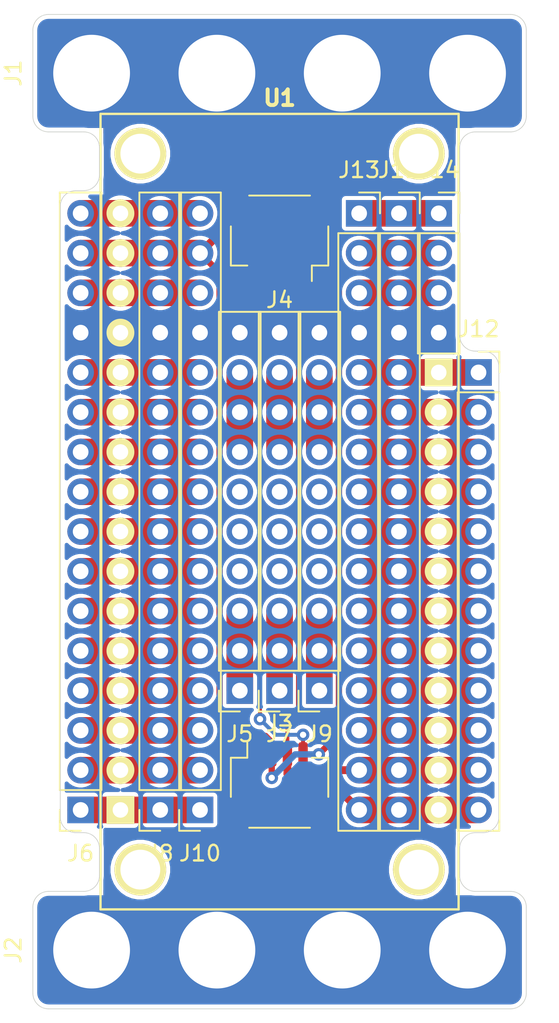
<source format=kicad_pcb>
(kicad_pcb (version 20171130) (host pcbnew 5.1.9)
  (layers (0 F.Cu signal) (31 B.Cu signal) (34 B.Paste user) (35 F.Paste user) (36 B.SilkS user) (37 F.SilkS user) (38 B.Mask user) (39 F.Mask user) (44 Edge.Cuts user))
  (net 0 "")
  (net 1 "Net-(J5-Pad7)")
  (net 2 "Net-(J5-Pad6)")
  (net 3 "Net-(J5-Pad5)")
  (net 4 "Net-(J5-Pad4)")
  (net 5 "Net-(J5-Pad1)")
  (net 6 "Net-(J7-Pad7)")
  (net 7 "Net-(J7-Pad6)")
  (net 8 "Net-(J7-Pad5)")
  (net 9 "Net-(J7-Pad4)")
  (net 10 "Net-(J7-Pad1)")
  (net 11 "Net-(J9-Pad7)")
  (net 12 "Net-(J9-Pad6)")
  (net 13 "Net-(J9-Pad5)")
  (net 14 "Net-(J9-Pad4)")
  (net 15 "Net-(J9-Pad1)")
  (net 16 "Net-(J10-Pad16)")
  (net 17 "Net-(J10-Pad14)")
  (net 18 "Net-(J10-Pad12)")
  (net 19 "Net-(J10-Pad11)")
  (net 20 "Net-(J10-Pad10)")
  (net 21 "Net-(J10-Pad9)")
  (net 22 "Net-(J10-Pad8)")
  (net 23 "Net-(J10-Pad7)")
  (net 24 "Net-(J10-Pad6)")
  (net 25 "Net-(J10-Pad5)")
  (net 26 "Net-(J10-Pad4)")
  (net 27 "Net-(J10-Pad3)")
  (net 28 "Net-(J10-Pad2)")
  (net 29 "Net-(J10-Pad1)")
  (net 30 "Net-(J11-Pad14)")
  (net 31 "Net-(J11-Pad13)")
  (net 32 "Net-(J11-Pad12)")
  (net 33 "Net-(J11-Pad11)")
  (net 34 "Net-(J11-Pad10)")
  (net 35 "Net-(J11-Pad9)")
  (net 36 "Net-(J11-Pad8)")
  (net 37 "Net-(J11-Pad7)")
  (net 38 "Net-(J11-Pad6)")
  (net 39 "Net-(J11-Pad5)")
  (net 40 "Net-(J11-Pad3)")
  (net 41 "Net-(J11-Pad2)")
  (net 42 "Net-(J11-Pad1)")
  (net 43 +3V3)
  (net 44 GND)
  (net 45 /SCL)
  (net 46 /SDA)
  (module Connector_PinSocket_2.54mm:PinSocket_1x04_P2.54mm_Vertical (layer F.Cu) (at 122.16 58.95)
    (fp_text reference J14 (at 0 -2.77) (layer F.SilkS))
    (fp_text value Conn_01x04)
    (fp_line (start 0 -1.33) (end 1.33 -1.33) (layer F.SilkS) (width 0.12))
    (fp_line (start 1.33 -1.33) (end 1.33 0) (layer F.SilkS) (width 0.12))
    (fp_line (start 1.33 1.27) (end 1.33 8.95) (layer F.SilkS) (width 0.12))
    (fp_line (start -1.33 8.95) (end 1.33 8.95) (layer F.SilkS) (width 0.12))
    (fp_line (start -1.33 1.27) (end -1.33 8.95) (layer F.SilkS) (width 0.12))
    (fp_line (start -1.33 1.27) (end 1.33 1.27) (layer F.SilkS) (width 0.12))
    (pad 4 thru_hole oval (at 0 7.62) (size 1.7 1.7) (drill 1) (layers *.Cu *.Mask) (net 44 GND))
    (pad 3 thru_hole oval (at 0 5.08) (size 1.7 1.7) (drill 1) (layers *.Cu *.Mask) (net 40 "Net-(J11-Pad3)"))
    (pad 2 thru_hole oval (at 0 2.54) (size 1.7 1.7) (drill 1) (layers *.Cu *.Mask) (net 41 "Net-(J11-Pad2)"))
    (pad 1 thru_hole rect (at 0 0) (size 1.7 1.7) (drill 1) (layers *.Cu *.Mask) (net 42 "Net-(J11-Pad1)"))
  )
  (module Modules:ADAFRUIT_FEATHER (layer F.Cu) (at 112 78 270)
    (fp_text reference U1 (at -26.416 0) (layer F.SilkS) (effects (font (thickness 0.25))))
    (fp_text value ADAFRUIT_FEATHER hide)
    (fp_line (start -25.4 -11.43) (end -25.4 11.43) (layer F.SilkS) (width 0.15))
    (fp_line (start -25.4 11.43) (end 25.4 11.43) (layer F.SilkS) (width 0.15))
    (fp_line (start 25.4 11.43) (end 25.4 -11.43) (layer F.SilkS) (width 0.15))
    (fp_line (start 25.4 -11.43) (end -25.4 -11.43) (layer F.SilkS) (width 0.15))
    (pad "" thru_hole circle (at -22.86 -8.89 270) (size 3.302 3.302) (drill 2.54) (layers *.Cu *.Mask F.SilkS))
    (pad "" thru_hole circle (at -22.86 8.89 270) (size 3.302 3.302) (drill 2.54) (layers *.Cu *.Mask F.SilkS))
    (pad "" thru_hole circle (at 22.86 8.89 270) (size 3.302 3.302) (drill 2.54) (layers *.Cu *.Mask F.SilkS))
    (pad "" thru_hole circle (at 22.86 -8.89 270) (size 3.302 3.302) (drill 2.54) (layers *.Cu *.Mask F.SilkS))
    (pad 16 thru_hole circle (at -19.05 10.16 270) (size 1.778 1.778) (drill 0.9906) (layers *.Cu *.Mask F.SilkS) (net 16 "Net-(J10-Pad16)"))
    (pad 15 thru_hole circle (at -16.51 10.16 270) (size 1.778 1.778) (drill 0.9906) (layers *.Cu *.Mask F.SilkS) (net 43 +3V3))
    (pad 14 thru_hole circle (at -13.97 10.16 270) (size 1.778 1.778) (drill 0.9906) (layers *.Cu *.Mask F.SilkS) (net 17 "Net-(J10-Pad14)"))
    (pad 13 thru_hole circle (at -11.43 10.16 270) (size 1.778 1.778) (drill 0.9906) (layers *.Cu *.Mask F.SilkS) (net 44 GND))
    (pad 12 thru_hole circle (at -8.89 10.16 270) (size 1.778 1.778) (drill 0.9906) (layers *.Cu *.Mask F.SilkS) (net 18 "Net-(J10-Pad12)"))
    (pad 11 thru_hole circle (at -6.35 10.16 270) (size 1.778 1.778) (drill 0.9906) (layers *.Cu *.Mask F.SilkS) (net 19 "Net-(J10-Pad11)"))
    (pad 10 thru_hole circle (at -3.81 10.16 270) (size 1.778 1.778) (drill 0.9906) (layers *.Cu *.Mask F.SilkS) (net 20 "Net-(J10-Pad10)"))
    (pad 9 thru_hole circle (at -1.27 10.16 270) (size 1.778 1.778) (drill 0.9906) (layers *.Cu *.Mask F.SilkS) (net 21 "Net-(J10-Pad9)"))
    (pad 8 thru_hole circle (at 1.27 10.16 270) (size 1.778 1.778) (drill 0.9906) (layers *.Cu *.Mask F.SilkS) (net 22 "Net-(J10-Pad8)"))
    (pad 7 thru_hole circle (at 3.81 10.16 270) (size 1.778 1.778) (drill 0.9906) (layers *.Cu *.Mask F.SilkS) (net 23 "Net-(J10-Pad7)"))
    (pad 6 thru_hole circle (at 6.35 10.16 270) (size 1.778 1.778) (drill 0.9906) (layers *.Cu *.Mask F.SilkS) (net 24 "Net-(J10-Pad6)"))
    (pad 5 thru_hole circle (at 8.89 10.16 270) (size 1.778 1.778) (drill 0.9906) (layers *.Cu *.Mask F.SilkS) (net 25 "Net-(J10-Pad5)"))
    (pad 4 thru_hole circle (at 11.43 10.16 270) (size 1.778 1.778) (drill 0.9906) (layers *.Cu *.Mask F.SilkS) (net 26 "Net-(J10-Pad4)"))
    (pad 3 thru_hole circle (at 13.97 10.16 270) (size 1.778 1.778) (drill 0.9906) (layers *.Cu *.Mask F.SilkS) (net 27 "Net-(J10-Pad3)"))
    (pad 2 thru_hole circle (at 16.51 10.16 270) (size 1.778 1.778) (drill 0.9906) (layers *.Cu *.Mask F.SilkS) (net 28 "Net-(J10-Pad2)"))
    (pad 1 thru_hole rect (at 19.05 10.16 270) (size 1.778 1.778) (drill 0.9906) (layers *.Cu *.Mask F.SilkS) (net 29 "Net-(J10-Pad1)"))
    (pad 18 thru_hole circle (at -6.35 -10.16 270) (size 1.778 1.778) (drill 0.9906) (layers *.Cu *.Mask F.SilkS) (net 38 "Net-(J11-Pad6)"))
    (pad 17 thru_hole rect (at -8.89 -10.16 270) (size 1.778 1.778) (drill 0.9906) (layers *.Cu *.Mask F.SilkS) (net 39 "Net-(J11-Pad5)"))
    (pad 19 thru_hole circle (at -3.81 -10.16 270) (size 1.778 1.778) (drill 0.9906) (layers *.Cu *.Mask F.SilkS) (net 37 "Net-(J11-Pad7)"))
    (pad 20 thru_hole circle (at -1.27 -10.16 270) (size 1.778 1.778) (drill 0.9906) (layers *.Cu *.Mask F.SilkS) (net 36 "Net-(J11-Pad8)"))
    (pad 21 thru_hole circle (at 1.27 -10.16 270) (size 1.778 1.778) (drill 0.9906) (layers *.Cu *.Mask F.SilkS) (net 35 "Net-(J11-Pad9)"))
    (pad 22 thru_hole circle (at 3.81 -10.16 270) (size 1.778 1.778) (drill 0.9906) (layers *.Cu *.Mask F.SilkS) (net 34 "Net-(J11-Pad10)"))
    (pad 23 thru_hole circle (at 6.35 -10.16 270) (size 1.778 1.778) (drill 0.9906) (layers *.Cu *.Mask F.SilkS) (net 33 "Net-(J11-Pad11)"))
    (pad 24 thru_hole circle (at 8.89 -10.16 270) (size 1.778 1.778) (drill 0.9906) (layers *.Cu *.Mask F.SilkS) (net 32 "Net-(J11-Pad12)"))
    (pad 25 thru_hole circle (at 11.43 -10.16 270) (size 1.778 1.778) (drill 0.9906) (layers *.Cu *.Mask F.SilkS) (net 31 "Net-(J11-Pad13)"))
    (pad 26 thru_hole circle (at 13.97 -10.16 270) (size 1.778 1.778) (drill 0.9906) (layers *.Cu *.Mask F.SilkS) (net 30 "Net-(J11-Pad14)"))
    (pad 27 thru_hole circle (at 16.51 -10.16 270) (size 1.778 1.778) (drill 0.9906) (layers *.Cu *.Mask F.SilkS) (net 45 /SCL))
    (pad 28 thru_hole circle (at 19.05 -10.16 270) (size 1.778 1.778) (drill 0.9906) (layers *.Cu *.Mask F.SilkS) (net 46 /SDA))
  )
  (module Connector_PinSocket_2.54mm:PinSocket_1x16_P2.54mm_Vertical (layer F.Cu) (at 117.08 58.95)
    (fp_text reference J13 (at 0 -2.77) (layer F.SilkS))
    (fp_text value Conn_01x16)
    (fp_line (start -1.33 1.27) (end 1.33 1.27) (layer F.SilkS) (width 0.12))
    (fp_line (start -1.33 1.27) (end -1.33 39.43) (layer F.SilkS) (width 0.12))
    (fp_line (start -1.33 39.43) (end 1.33 39.43) (layer F.SilkS) (width 0.12))
    (fp_line (start 1.33 1.27) (end 1.33 39.43) (layer F.SilkS) (width 0.12))
    (fp_line (start 1.33 -1.33) (end 1.33 0) (layer F.SilkS) (width 0.12))
    (fp_line (start 0 -1.33) (end 1.33 -1.33) (layer F.SilkS) (width 0.12))
    (pad 16 thru_hole oval (at 0 38.1) (size 1.7 1.7) (drill 1) (layers *.Cu *.Mask) (net 46 /SDA))
    (pad 15 thru_hole oval (at 0 35.56) (size 1.7 1.7) (drill 1) (layers *.Cu *.Mask) (net 45 /SCL))
    (pad 14 thru_hole oval (at 0 33.02) (size 1.7 1.7) (drill 1) (layers *.Cu *.Mask) (net 30 "Net-(J11-Pad14)"))
    (pad 13 thru_hole oval (at 0 30.48) (size 1.7 1.7) (drill 1) (layers *.Cu *.Mask) (net 31 "Net-(J11-Pad13)"))
    (pad 12 thru_hole oval (at 0 27.94) (size 1.7 1.7) (drill 1) (layers *.Cu *.Mask) (net 32 "Net-(J11-Pad12)"))
    (pad 11 thru_hole oval (at 0 25.4) (size 1.7 1.7) (drill 1) (layers *.Cu *.Mask) (net 33 "Net-(J11-Pad11)"))
    (pad 10 thru_hole oval (at 0 22.86) (size 1.7 1.7) (drill 1) (layers *.Cu *.Mask) (net 34 "Net-(J11-Pad10)"))
    (pad 9 thru_hole oval (at 0 20.32) (size 1.7 1.7) (drill 1) (layers *.Cu *.Mask) (net 35 "Net-(J11-Pad9)"))
    (pad 8 thru_hole oval (at 0 17.78) (size 1.7 1.7) (drill 1) (layers *.Cu *.Mask) (net 36 "Net-(J11-Pad8)"))
    (pad 7 thru_hole oval (at 0 15.24) (size 1.7 1.7) (drill 1) (layers *.Cu *.Mask) (net 37 "Net-(J11-Pad7)"))
    (pad 6 thru_hole oval (at 0 12.7) (size 1.7 1.7) (drill 1) (layers *.Cu *.Mask) (net 38 "Net-(J11-Pad6)"))
    (pad 5 thru_hole oval (at 0 10.16) (size 1.7 1.7) (drill 1) (layers *.Cu *.Mask) (net 39 "Net-(J11-Pad5)"))
    (pad 4 thru_hole oval (at 0 7.62) (size 1.7 1.7) (drill 1) (layers *.Cu *.Mask) (net 44 GND))
    (pad 3 thru_hole oval (at 0 5.08) (size 1.7 1.7) (drill 1) (layers *.Cu *.Mask) (net 40 "Net-(J11-Pad3)"))
    (pad 2 thru_hole oval (at 0 2.54) (size 1.7 1.7) (drill 1) (layers *.Cu *.Mask) (net 41 "Net-(J11-Pad2)"))
    (pad 1 thru_hole rect (at 0 0) (size 1.7 1.7) (drill 1) (layers *.Cu *.Mask) (net 42 "Net-(J11-Pad1)"))
  )
  (module Connector_PinSocket_2.54mm:PinSocket_1x12_P2.54mm_Vertical (layer F.Cu) (at 124.7 69.11)
    (fp_text reference J12 (at 0 -2.77) (layer F.SilkS))
    (fp_text value Conn_01x12)
    (fp_line (start -1.33 1.27) (end 1.33 1.27) (layer F.SilkS) (width 0.12))
    (fp_line (start -1.33 1.27) (end -1.33 29.27) (layer F.SilkS) (width 0.12))
    (fp_line (start -1.33 29.27) (end 1.33 29.27) (layer F.SilkS) (width 0.12))
    (fp_line (start 1.33 1.27) (end 1.33 29.27) (layer F.SilkS) (width 0.12))
    (fp_line (start 1.33 -1.33) (end 1.33 0) (layer F.SilkS) (width 0.12))
    (fp_line (start 0 -1.33) (end 1.33 -1.33) (layer F.SilkS) (width 0.12))
    (pad 12 thru_hole oval (at 0 27.94) (size 1.7 1.7) (drill 1) (layers *.Cu *.Mask) (net 46 /SDA))
    (pad 11 thru_hole oval (at 0 25.4) (size 1.7 1.7) (drill 1) (layers *.Cu *.Mask) (net 45 /SCL))
    (pad 10 thru_hole oval (at 0 22.86) (size 1.7 1.7) (drill 1) (layers *.Cu *.Mask) (net 30 "Net-(J11-Pad14)"))
    (pad 9 thru_hole oval (at 0 20.32) (size 1.7 1.7) (drill 1) (layers *.Cu *.Mask) (net 31 "Net-(J11-Pad13)"))
    (pad 8 thru_hole oval (at 0 17.78) (size 1.7 1.7) (drill 1) (layers *.Cu *.Mask) (net 32 "Net-(J11-Pad12)"))
    (pad 7 thru_hole oval (at 0 15.24) (size 1.7 1.7) (drill 1) (layers *.Cu *.Mask) (net 33 "Net-(J11-Pad11)"))
    (pad 6 thru_hole oval (at 0 12.7) (size 1.7 1.7) (drill 1) (layers *.Cu *.Mask) (net 34 "Net-(J11-Pad10)"))
    (pad 5 thru_hole oval (at 0 10.16) (size 1.7 1.7) (drill 1) (layers *.Cu *.Mask) (net 35 "Net-(J11-Pad9)"))
    (pad 4 thru_hole oval (at 0 7.62) (size 1.7 1.7) (drill 1) (layers *.Cu *.Mask) (net 36 "Net-(J11-Pad8)"))
    (pad 3 thru_hole oval (at 0 5.08) (size 1.7 1.7) (drill 1) (layers *.Cu *.Mask) (net 37 "Net-(J11-Pad7)"))
    (pad 2 thru_hole oval (at 0 2.54) (size 1.7 1.7) (drill 1) (layers *.Cu *.Mask) (net 38 "Net-(J11-Pad6)"))
    (pad 1 thru_hole rect (at 0 0) (size 1.7 1.7) (drill 1) (layers *.Cu *.Mask) (net 39 "Net-(J11-Pad5)"))
  )
  (module Connector_PinSocket_2.54mm:PinSocket_1x16_P2.54mm_Vertical (layer F.Cu) (at 119.62 58.95)
    (fp_text reference J11 (at 0 -2.77) (layer F.SilkS))
    (fp_text value Conn_01x16)
    (fp_line (start -1.33 1.27) (end 1.33 1.27) (layer F.SilkS) (width 0.12))
    (fp_line (start -1.33 1.27) (end -1.33 39.43) (layer F.SilkS) (width 0.12))
    (fp_line (start -1.33 39.43) (end 1.33 39.43) (layer F.SilkS) (width 0.12))
    (fp_line (start 1.33 1.27) (end 1.33 39.43) (layer F.SilkS) (width 0.12))
    (fp_line (start 1.33 -1.33) (end 1.33 0) (layer F.SilkS) (width 0.12))
    (fp_line (start 0 -1.33) (end 1.33 -1.33) (layer F.SilkS) (width 0.12))
    (pad 16 thru_hole oval (at 0 38.1) (size 1.7 1.7) (drill 1) (layers *.Cu *.Mask) (net 46 /SDA))
    (pad 15 thru_hole oval (at 0 35.56) (size 1.7 1.7) (drill 1) (layers *.Cu *.Mask) (net 45 /SCL))
    (pad 14 thru_hole oval (at 0 33.02) (size 1.7 1.7) (drill 1) (layers *.Cu *.Mask) (net 30 "Net-(J11-Pad14)"))
    (pad 13 thru_hole oval (at 0 30.48) (size 1.7 1.7) (drill 1) (layers *.Cu *.Mask) (net 31 "Net-(J11-Pad13)"))
    (pad 12 thru_hole oval (at 0 27.94) (size 1.7 1.7) (drill 1) (layers *.Cu *.Mask) (net 32 "Net-(J11-Pad12)"))
    (pad 11 thru_hole oval (at 0 25.4) (size 1.7 1.7) (drill 1) (layers *.Cu *.Mask) (net 33 "Net-(J11-Pad11)"))
    (pad 10 thru_hole oval (at 0 22.86) (size 1.7 1.7) (drill 1) (layers *.Cu *.Mask) (net 34 "Net-(J11-Pad10)"))
    (pad 9 thru_hole oval (at 0 20.32) (size 1.7 1.7) (drill 1) (layers *.Cu *.Mask) (net 35 "Net-(J11-Pad9)"))
    (pad 8 thru_hole oval (at 0 17.78) (size 1.7 1.7) (drill 1) (layers *.Cu *.Mask) (net 36 "Net-(J11-Pad8)"))
    (pad 7 thru_hole oval (at 0 15.24) (size 1.7 1.7) (drill 1) (layers *.Cu *.Mask) (net 37 "Net-(J11-Pad7)"))
    (pad 6 thru_hole oval (at 0 12.7) (size 1.7 1.7) (drill 1) (layers *.Cu *.Mask) (net 38 "Net-(J11-Pad6)"))
    (pad 5 thru_hole oval (at 0 10.16) (size 1.7 1.7) (drill 1) (layers *.Cu *.Mask) (net 39 "Net-(J11-Pad5)"))
    (pad 4 thru_hole oval (at 0 7.62) (size 1.7 1.7) (drill 1) (layers *.Cu *.Mask) (net 44 GND))
    (pad 3 thru_hole oval (at 0 5.08) (size 1.7 1.7) (drill 1) (layers *.Cu *.Mask) (net 40 "Net-(J11-Pad3)"))
    (pad 2 thru_hole oval (at 0 2.54) (size 1.7 1.7) (drill 1) (layers *.Cu *.Mask) (net 41 "Net-(J11-Pad2)"))
    (pad 1 thru_hole rect (at 0 0) (size 1.7 1.7) (drill 1) (layers *.Cu *.Mask) (net 42 "Net-(J11-Pad1)"))
  )
  (module Connector_PinSocket_2.54mm:PinSocket_1x16_P2.54mm_Vertical (layer F.Cu) (at 106.92 97.05 180)
    (fp_text reference J10 (at 0 -2.77) (layer F.SilkS))
    (fp_text value Conn_01x16)
    (fp_line (start -1.33 1.27) (end 1.33 1.27) (layer F.SilkS) (width 0.12))
    (fp_line (start -1.33 1.27) (end -1.33 39.43) (layer F.SilkS) (width 0.12))
    (fp_line (start -1.33 39.43) (end 1.33 39.43) (layer F.SilkS) (width 0.12))
    (fp_line (start 1.33 1.27) (end 1.33 39.43) (layer F.SilkS) (width 0.12))
    (fp_line (start 1.33 -1.33) (end 1.33 0) (layer F.SilkS) (width 0.12))
    (fp_line (start 0 -1.33) (end 1.33 -1.33) (layer F.SilkS) (width 0.12))
    (pad 16 thru_hole oval (at 0 38.1 180) (size 1.7 1.7) (drill 1) (layers *.Cu *.Mask) (net 16 "Net-(J10-Pad16)"))
    (pad 15 thru_hole oval (at 0 35.56 180) (size 1.7 1.7) (drill 1) (layers *.Cu *.Mask) (net 43 +3V3))
    (pad 14 thru_hole oval (at 0 33.02 180) (size 1.7 1.7) (drill 1) (layers *.Cu *.Mask) (net 17 "Net-(J10-Pad14)"))
    (pad 13 thru_hole oval (at 0 30.48 180) (size 1.7 1.7) (drill 1) (layers *.Cu *.Mask) (net 44 GND))
    (pad 12 thru_hole oval (at 0 27.94 180) (size 1.7 1.7) (drill 1) (layers *.Cu *.Mask) (net 18 "Net-(J10-Pad12)"))
    (pad 11 thru_hole oval (at 0 25.4 180) (size 1.7 1.7) (drill 1) (layers *.Cu *.Mask) (net 19 "Net-(J10-Pad11)"))
    (pad 10 thru_hole oval (at 0 22.86 180) (size 1.7 1.7) (drill 1) (layers *.Cu *.Mask) (net 20 "Net-(J10-Pad10)"))
    (pad 9 thru_hole oval (at 0 20.32 180) (size 1.7 1.7) (drill 1) (layers *.Cu *.Mask) (net 21 "Net-(J10-Pad9)"))
    (pad 8 thru_hole oval (at 0 17.78 180) (size 1.7 1.7) (drill 1) (layers *.Cu *.Mask) (net 22 "Net-(J10-Pad8)"))
    (pad 7 thru_hole oval (at 0 15.24 180) (size 1.7 1.7) (drill 1) (layers *.Cu *.Mask) (net 23 "Net-(J10-Pad7)"))
    (pad 6 thru_hole oval (at 0 12.7 180) (size 1.7 1.7) (drill 1) (layers *.Cu *.Mask) (net 24 "Net-(J10-Pad6)"))
    (pad 5 thru_hole oval (at 0 10.16 180) (size 1.7 1.7) (drill 1) (layers *.Cu *.Mask) (net 25 "Net-(J10-Pad5)"))
    (pad 4 thru_hole oval (at 0 7.62 180) (size 1.7 1.7) (drill 1) (layers *.Cu *.Mask) (net 26 "Net-(J10-Pad4)"))
    (pad 3 thru_hole oval (at 0 5.08 180) (size 1.7 1.7) (drill 1) (layers *.Cu *.Mask) (net 27 "Net-(J10-Pad3)"))
    (pad 2 thru_hole oval (at 0 2.54 180) (size 1.7 1.7) (drill 1) (layers *.Cu *.Mask) (net 28 "Net-(J10-Pad2)"))
    (pad 1 thru_hole rect (at 0 0 180) (size 1.7 1.7) (drill 1) (layers *.Cu *.Mask) (net 29 "Net-(J10-Pad1)"))
  )
  (module Connector_PinSocket_2.54mm:PinSocket_1x10_P2.54mm_Vertical (layer F.Cu) (at 114.54 89.43 180)
    (fp_text reference J9 (at 0 -2.77) (layer F.SilkS))
    (fp_text value Conn_01x10)
    (fp_line (start -1.33 1.27) (end 1.33 1.27) (layer F.SilkS) (width 0.12))
    (fp_line (start -1.33 1.27) (end -1.33 24.19) (layer F.SilkS) (width 0.12))
    (fp_line (start -1.33 24.19) (end 1.33 24.19) (layer F.SilkS) (width 0.12))
    (fp_line (start 1.33 1.27) (end 1.33 24.19) (layer F.SilkS) (width 0.12))
    (fp_line (start 1.33 -1.33) (end 1.33 0) (layer F.SilkS) (width 0.12))
    (fp_line (start 0 -1.33) (end 1.33 -1.33) (layer F.SilkS) (width 0.12))
    (pad 10 thru_hole oval (at 0 22.86 180) (size 1.7 1.7) (drill 1) (layers *.Cu *.Mask) (net 44 GND))
    (pad 9 thru_hole oval (at 0 20.32 180) (size 1.7 1.7) (drill 1) (layers *.Cu *.Mask) (net 11 "Net-(J9-Pad7)"))
    (pad 8 thru_hole oval (at 0 17.78 180) (size 1.7 1.7) (drill 1) (layers *.Cu *.Mask) (net 11 "Net-(J9-Pad7)"))
    (pad 7 thru_hole oval (at 0 15.24 180) (size 1.7 1.7) (drill 1) (layers *.Cu *.Mask) (net 11 "Net-(J9-Pad7)"))
    (pad 6 thru_hole oval (at 0 12.7 180) (size 1.7 1.7) (drill 1) (layers *.Cu *.Mask) (net 12 "Net-(J9-Pad6)"))
    (pad 5 thru_hole oval (at 0 10.16 180) (size 1.7 1.7) (drill 1) (layers *.Cu *.Mask) (net 13 "Net-(J9-Pad5)"))
    (pad 4 thru_hole oval (at 0 7.62 180) (size 1.7 1.7) (drill 1) (layers *.Cu *.Mask) (net 14 "Net-(J9-Pad4)"))
    (pad 3 thru_hole oval (at 0 5.08 180) (size 1.7 1.7) (drill 1) (layers *.Cu *.Mask) (net 15 "Net-(J9-Pad1)"))
    (pad 2 thru_hole oval (at 0 2.54 180) (size 1.7 1.7) (drill 1) (layers *.Cu *.Mask) (net 15 "Net-(J9-Pad1)"))
    (pad 1 thru_hole rect (at 0 0 180) (size 1.7 1.7) (drill 1) (layers *.Cu *.Mask) (net 15 "Net-(J9-Pad1)"))
  )
  (module Connector_PinSocket_2.54mm:PinSocket_1x16_P2.54mm_Vertical (layer F.Cu) (at 104.38 97.05 180)
    (fp_text reference J8 (at 0 -2.77) (layer F.SilkS))
    (fp_text value Conn_01x16)
    (fp_line (start -1.33 1.27) (end 1.33 1.27) (layer F.SilkS) (width 0.12))
    (fp_line (start -1.33 1.27) (end -1.33 39.43) (layer F.SilkS) (width 0.12))
    (fp_line (start -1.33 39.43) (end 1.33 39.43) (layer F.SilkS) (width 0.12))
    (fp_line (start 1.33 1.27) (end 1.33 39.43) (layer F.SilkS) (width 0.12))
    (fp_line (start 1.33 -1.33) (end 1.33 0) (layer F.SilkS) (width 0.12))
    (fp_line (start 0 -1.33) (end 1.33 -1.33) (layer F.SilkS) (width 0.12))
    (pad 16 thru_hole oval (at 0 38.1 180) (size 1.7 1.7) (drill 1) (layers *.Cu *.Mask) (net 16 "Net-(J10-Pad16)"))
    (pad 15 thru_hole oval (at 0 35.56 180) (size 1.7 1.7) (drill 1) (layers *.Cu *.Mask) (net 43 +3V3))
    (pad 14 thru_hole oval (at 0 33.02 180) (size 1.7 1.7) (drill 1) (layers *.Cu *.Mask) (net 17 "Net-(J10-Pad14)"))
    (pad 13 thru_hole oval (at 0 30.48 180) (size 1.7 1.7) (drill 1) (layers *.Cu *.Mask) (net 44 GND))
    (pad 12 thru_hole oval (at 0 27.94 180) (size 1.7 1.7) (drill 1) (layers *.Cu *.Mask) (net 18 "Net-(J10-Pad12)"))
    (pad 11 thru_hole oval (at 0 25.4 180) (size 1.7 1.7) (drill 1) (layers *.Cu *.Mask) (net 19 "Net-(J10-Pad11)"))
    (pad 10 thru_hole oval (at 0 22.86 180) (size 1.7 1.7) (drill 1) (layers *.Cu *.Mask) (net 20 "Net-(J10-Pad10)"))
    (pad 9 thru_hole oval (at 0 20.32 180) (size 1.7 1.7) (drill 1) (layers *.Cu *.Mask) (net 21 "Net-(J10-Pad9)"))
    (pad 8 thru_hole oval (at 0 17.78 180) (size 1.7 1.7) (drill 1) (layers *.Cu *.Mask) (net 22 "Net-(J10-Pad8)"))
    (pad 7 thru_hole oval (at 0 15.24 180) (size 1.7 1.7) (drill 1) (layers *.Cu *.Mask) (net 23 "Net-(J10-Pad7)"))
    (pad 6 thru_hole oval (at 0 12.7 180) (size 1.7 1.7) (drill 1) (layers *.Cu *.Mask) (net 24 "Net-(J10-Pad6)"))
    (pad 5 thru_hole oval (at 0 10.16 180) (size 1.7 1.7) (drill 1) (layers *.Cu *.Mask) (net 25 "Net-(J10-Pad5)"))
    (pad 4 thru_hole oval (at 0 7.62 180) (size 1.7 1.7) (drill 1) (layers *.Cu *.Mask) (net 26 "Net-(J10-Pad4)"))
    (pad 3 thru_hole oval (at 0 5.08 180) (size 1.7 1.7) (drill 1) (layers *.Cu *.Mask) (net 27 "Net-(J10-Pad3)"))
    (pad 2 thru_hole oval (at 0 2.54 180) (size 1.7 1.7) (drill 1) (layers *.Cu *.Mask) (net 28 "Net-(J10-Pad2)"))
    (pad 1 thru_hole rect (at 0 0 180) (size 1.7 1.7) (drill 1) (layers *.Cu *.Mask) (net 29 "Net-(J10-Pad1)"))
  )
  (module Connector_PinSocket_2.54mm:PinSocket_1x10_P2.54mm_Vertical (layer F.Cu) (at 112 89.43 180)
    (fp_text reference J7 (at 0 -2.77) (layer F.SilkS))
    (fp_text value Conn_01x10)
    (fp_line (start -1.33 1.27) (end 1.33 1.27) (layer F.SilkS) (width 0.12))
    (fp_line (start -1.33 1.27) (end -1.33 24.19) (layer F.SilkS) (width 0.12))
    (fp_line (start -1.33 24.19) (end 1.33 24.19) (layer F.SilkS) (width 0.12))
    (fp_line (start 1.33 1.27) (end 1.33 24.19) (layer F.SilkS) (width 0.12))
    (fp_line (start 1.33 -1.33) (end 1.33 0) (layer F.SilkS) (width 0.12))
    (fp_line (start 0 -1.33) (end 1.33 -1.33) (layer F.SilkS) (width 0.12))
    (pad 10 thru_hole oval (at 0 22.86 180) (size 1.7 1.7) (drill 1) (layers *.Cu *.Mask) (net 44 GND))
    (pad 9 thru_hole oval (at 0 20.32 180) (size 1.7 1.7) (drill 1) (layers *.Cu *.Mask) (net 6 "Net-(J7-Pad7)"))
    (pad 8 thru_hole oval (at 0 17.78 180) (size 1.7 1.7) (drill 1) (layers *.Cu *.Mask) (net 6 "Net-(J7-Pad7)"))
    (pad 7 thru_hole oval (at 0 15.24 180) (size 1.7 1.7) (drill 1) (layers *.Cu *.Mask) (net 6 "Net-(J7-Pad7)"))
    (pad 6 thru_hole oval (at 0 12.7 180) (size 1.7 1.7) (drill 1) (layers *.Cu *.Mask) (net 7 "Net-(J7-Pad6)"))
    (pad 5 thru_hole oval (at 0 10.16 180) (size 1.7 1.7) (drill 1) (layers *.Cu *.Mask) (net 8 "Net-(J7-Pad5)"))
    (pad 4 thru_hole oval (at 0 7.62 180) (size 1.7 1.7) (drill 1) (layers *.Cu *.Mask) (net 9 "Net-(J7-Pad4)"))
    (pad 3 thru_hole oval (at 0 5.08 180) (size 1.7 1.7) (drill 1) (layers *.Cu *.Mask) (net 10 "Net-(J7-Pad1)"))
    (pad 2 thru_hole oval (at 0 2.54 180) (size 1.7 1.7) (drill 1) (layers *.Cu *.Mask) (net 10 "Net-(J7-Pad1)"))
    (pad 1 thru_hole rect (at 0 0 180) (size 1.7 1.7) (drill 1) (layers *.Cu *.Mask) (net 10 "Net-(J7-Pad1)"))
  )
  (module Connector_PinSocket_2.54mm:PinSocket_1x16_P2.54mm_Vertical (layer F.Cu) (at 99.3 97.05 180)
    (fp_text reference J6 (at 0 -2.77) (layer F.SilkS))
    (fp_text value Conn_01x16)
    (fp_line (start -1.33 1.27) (end 1.33 1.27) (layer F.SilkS) (width 0.12))
    (fp_line (start -1.33 1.27) (end -1.33 39.43) (layer F.SilkS) (width 0.12))
    (fp_line (start -1.33 39.43) (end 1.33 39.43) (layer F.SilkS) (width 0.12))
    (fp_line (start 1.33 1.27) (end 1.33 39.43) (layer F.SilkS) (width 0.12))
    (fp_line (start 1.33 -1.33) (end 1.33 0) (layer F.SilkS) (width 0.12))
    (fp_line (start 0 -1.33) (end 1.33 -1.33) (layer F.SilkS) (width 0.12))
    (pad 16 thru_hole oval (at 0 38.1 180) (size 1.7 1.7) (drill 1) (layers *.Cu *.Mask) (net 16 "Net-(J10-Pad16)"))
    (pad 15 thru_hole oval (at 0 35.56 180) (size 1.7 1.7) (drill 1) (layers *.Cu *.Mask) (net 43 +3V3))
    (pad 14 thru_hole oval (at 0 33.02 180) (size 1.7 1.7) (drill 1) (layers *.Cu *.Mask) (net 17 "Net-(J10-Pad14)"))
    (pad 13 thru_hole oval (at 0 30.48 180) (size 1.7 1.7) (drill 1) (layers *.Cu *.Mask) (net 44 GND))
    (pad 12 thru_hole oval (at 0 27.94 180) (size 1.7 1.7) (drill 1) (layers *.Cu *.Mask) (net 18 "Net-(J10-Pad12)"))
    (pad 11 thru_hole oval (at 0 25.4 180) (size 1.7 1.7) (drill 1) (layers *.Cu *.Mask) (net 19 "Net-(J10-Pad11)"))
    (pad 10 thru_hole oval (at 0 22.86 180) (size 1.7 1.7) (drill 1) (layers *.Cu *.Mask) (net 20 "Net-(J10-Pad10)"))
    (pad 9 thru_hole oval (at 0 20.32 180) (size 1.7 1.7) (drill 1) (layers *.Cu *.Mask) (net 21 "Net-(J10-Pad9)"))
    (pad 8 thru_hole oval (at 0 17.78 180) (size 1.7 1.7) (drill 1) (layers *.Cu *.Mask) (net 22 "Net-(J10-Pad8)"))
    (pad 7 thru_hole oval (at 0 15.24 180) (size 1.7 1.7) (drill 1) (layers *.Cu *.Mask) (net 23 "Net-(J10-Pad7)"))
    (pad 6 thru_hole oval (at 0 12.7 180) (size 1.7 1.7) (drill 1) (layers *.Cu *.Mask) (net 24 "Net-(J10-Pad6)"))
    (pad 5 thru_hole oval (at 0 10.16 180) (size 1.7 1.7) (drill 1) (layers *.Cu *.Mask) (net 25 "Net-(J10-Pad5)"))
    (pad 4 thru_hole oval (at 0 7.62 180) (size 1.7 1.7) (drill 1) (layers *.Cu *.Mask) (net 26 "Net-(J10-Pad4)"))
    (pad 3 thru_hole oval (at 0 5.08 180) (size 1.7 1.7) (drill 1) (layers *.Cu *.Mask) (net 27 "Net-(J10-Pad3)"))
    (pad 2 thru_hole oval (at 0 2.54 180) (size 1.7 1.7) (drill 1) (layers *.Cu *.Mask) (net 28 "Net-(J10-Pad2)"))
    (pad 1 thru_hole rect (at 0 0 180) (size 1.7 1.7) (drill 1) (layers *.Cu *.Mask) (net 29 "Net-(J10-Pad1)"))
  )
  (module Connector_PinSocket_2.54mm:PinSocket_1x10_P2.54mm_Vertical (layer F.Cu) (at 109.46 89.43 180)
    (fp_text reference J5 (at 0 -2.77) (layer F.SilkS))
    (fp_text value Conn_01x10)
    (fp_line (start -1.33 1.27) (end 1.33 1.27) (layer F.SilkS) (width 0.12))
    (fp_line (start -1.33 1.27) (end -1.33 24.19) (layer F.SilkS) (width 0.12))
    (fp_line (start -1.33 24.19) (end 1.33 24.19) (layer F.SilkS) (width 0.12))
    (fp_line (start 1.33 1.27) (end 1.33 24.19) (layer F.SilkS) (width 0.12))
    (fp_line (start 1.33 -1.33) (end 1.33 0) (layer F.SilkS) (width 0.12))
    (fp_line (start 0 -1.33) (end 1.33 -1.33) (layer F.SilkS) (width 0.12))
    (pad 10 thru_hole oval (at 0 22.86 180) (size 1.7 1.7) (drill 1) (layers *.Cu *.Mask) (net 44 GND))
    (pad 9 thru_hole oval (at 0 20.32 180) (size 1.7 1.7) (drill 1) (layers *.Cu *.Mask) (net 1 "Net-(J5-Pad7)"))
    (pad 8 thru_hole oval (at 0 17.78 180) (size 1.7 1.7) (drill 1) (layers *.Cu *.Mask) (net 1 "Net-(J5-Pad7)"))
    (pad 7 thru_hole oval (at 0 15.24 180) (size 1.7 1.7) (drill 1) (layers *.Cu *.Mask) (net 1 "Net-(J5-Pad7)"))
    (pad 6 thru_hole oval (at 0 12.7 180) (size 1.7 1.7) (drill 1) (layers *.Cu *.Mask) (net 2 "Net-(J5-Pad6)"))
    (pad 5 thru_hole oval (at 0 10.16 180) (size 1.7 1.7) (drill 1) (layers *.Cu *.Mask) (net 3 "Net-(J5-Pad5)"))
    (pad 4 thru_hole oval (at 0 7.62 180) (size 1.7 1.7) (drill 1) (layers *.Cu *.Mask) (net 4 "Net-(J5-Pad4)"))
    (pad 3 thru_hole oval (at 0 5.08 180) (size 1.7 1.7) (drill 1) (layers *.Cu *.Mask) (net 5 "Net-(J5-Pad1)"))
    (pad 2 thru_hole oval (at 0 2.54 180) (size 1.7 1.7) (drill 1) (layers *.Cu *.Mask) (net 5 "Net-(J5-Pad1)"))
    (pad 1 thru_hole rect (at 0 0 180) (size 1.7 1.7) (drill 1) (layers *.Cu *.Mask) (net 5 "Net-(J5-Pad1)"))
  )
  (module Connector_JST:JST_SH_SM04B-SRSS-TB_1x04-1MP_P1.00mm_Horizontal (layer F.Cu) (at 112 60.5 180)
    (fp_text reference J4 (at 0 -3.98) (layer F.SilkS))
    (fp_text value Conn_01x04_MountingPin)
    (fp_line (start -3.11 0.715) (end -3.11 -1.785) (layer F.SilkS) (width 0.12))
    (fp_line (start -3.11 -1.785) (end -2.06 -1.785) (layer F.SilkS) (width 0.12))
    (fp_line (start -2.06 -1.785) (end -2.06 -2.775) (layer F.SilkS) (width 0.12))
    (fp_line (start 3.11 0.715) (end 3.11 -1.785) (layer F.SilkS) (width 0.12))
    (fp_line (start 3.11 -1.785) (end 2.06 -1.785) (layer F.SilkS) (width 0.12))
    (fp_line (start -1.94 2.685) (end 1.94 2.685) (layer F.SilkS) (width 0.12))
    (pad MP smd roundrect (at 2.8 1.875 180) (size 1.2 1.8) (layers F.Cu F.Paste F.Mask) (roundrect_rratio 0.2083325) (net 44 GND))
    (pad MP smd roundrect (at -2.8 1.875 180) (size 1.2 1.8) (layers F.Cu F.Paste F.Mask) (roundrect_rratio 0.2083325) (net 44 GND))
    (pad 4 smd roundrect (at 1.5 -2 180) (size 0.6 1.55) (layers F.Cu F.Paste F.Mask) (net 45 /SCL))
    (pad 3 smd roundrect (at 0.5 -2 180) (size 0.6 1.55) (layers F.Cu F.Paste F.Mask) (net 46 /SDA))
    (pad 2 smd roundrect (at -0.5 -2 180) (size 0.6 1.55) (layers F.Cu F.Paste F.Mask) (net 43 +3V3))
    (pad 1 smd roundrect (at -1.5 -2 180) (size 0.6 1.55) (layers F.Cu F.Paste F.Mask) (net 44 GND))
  )
  (module Connector_JST:JST_SH_SM04B-SRSS-TB_1x04-1MP_P1.00mm_Horizontal (layer F.Cu) (at 112 95.5)
    (fp_text reference J3 (at 0 -3.98) (layer F.SilkS))
    (fp_text value Conn_01x04_MountingPin)
    (fp_line (start -3.11 0.715) (end -3.11 -1.785) (layer F.SilkS) (width 0.12))
    (fp_line (start -3.11 -1.785) (end -2.06 -1.785) (layer F.SilkS) (width 0.12))
    (fp_line (start -2.06 -1.785) (end -2.06 -2.775) (layer F.SilkS) (width 0.12))
    (fp_line (start 3.11 0.715) (end 3.11 -1.785) (layer F.SilkS) (width 0.12))
    (fp_line (start 3.11 -1.785) (end 2.06 -1.785) (layer F.SilkS) (width 0.12))
    (fp_line (start -1.94 2.685) (end 1.94 2.685) (layer F.SilkS) (width 0.12))
    (pad MP smd roundrect (at 2.8 1.875) (size 1.2 1.8) (layers F.Cu F.Paste F.Mask) (roundrect_rratio 0.2083325) (net 44 GND))
    (pad MP smd roundrect (at -2.8 1.875) (size 1.2 1.8) (layers F.Cu F.Paste F.Mask) (roundrect_rratio 0.2083325) (net 44 GND))
    (pad 4 smd roundrect (at 1.5 -2) (size 0.6 1.55) (layers F.Cu F.Paste F.Mask) (net 45 /SCL))
    (pad 3 smd roundrect (at 0.5 -2) (size 0.6 1.55) (layers F.Cu F.Paste F.Mask) (net 46 /SDA))
    (pad 2 smd roundrect (at -0.5 -2) (size 0.6 1.55) (layers F.Cu F.Paste F.Mask) (net 43 +3V3))
    (pad 1 smd roundrect (at -1.5 -2) (size 0.6 1.55) (layers F.Cu F.Paste F.Mask) (net 44 GND))
  )
  (module brick-4_9id-6_0od:brick-1x4 (layer F.Cu) (at 100 106 90)
    (fp_text reference J2 (at 0 -5 90) (layer F.SilkS))
    (fp_text value Conn_01x04)
    (pad 4 thru_hole circle (at 0 24 90) (size 6 6) (drill 4.9) (layers *.Cu *.Mask) (net 44 GND))
    (pad 3 thru_hole circle (at 0 16 90) (size 6 6) (drill 4.9) (layers *.Cu *.Mask) (net 44 GND))
    (pad 2 thru_hole circle (at 0 8 90) (size 6 6) (drill 4.9) (layers *.Cu *.Mask) (net 44 GND))
    (pad 1 thru_hole circle (at 0 0 90) (size 6 6) (drill 4.9) (layers *.Cu *.Mask) (net 44 GND))
  )
  (module brick-4_9id-6_0od:brick-1x4 (layer F.Cu) (at 100 50 90)
    (fp_text reference J1 (at 0 -5 90) (layer F.SilkS))
    (fp_text value Conn_01x04)
    (pad 4 thru_hole circle (at 0 24 90) (size 6 6) (drill 4.9) (layers *.Cu *.Mask) (net 44 GND))
    (pad 3 thru_hole circle (at 0 16 90) (size 6 6) (drill 4.9) (layers *.Cu *.Mask) (net 44 GND))
    (pad 2 thru_hole circle (at 0 8 90) (size 6 6) (drill 4.9) (layers *.Cu *.Mask) (net 44 GND))
    (pad 1 thru_hole circle (at 0 0 90) (size 6 6) (drill 4.9) (layers *.Cu *.Mask) (net 44 GND))
  )
  (gr_arc (start 126.75 47.25) (end 127.75 47.25) (angle -90) (layer Edge.Cuts) (width 0.05))
  (gr_arc (start 126.75 52.75) (end 126.75 53.75) (angle -90) (layer Edge.Cuts) (width 0.05))
  (gr_arc (start 124.5 54.75) (end 124.5 53.75) (angle -90) (layer Edge.Cuts) (width 0.05))
  (gr_arc (start 124.5 66.75) (end 123.5 66.75) (angle -90) (layer Edge.Cuts) (width 0.05))
  (gr_arc (start 125 68.75) (end 126 68.75) (angle -90) (layer Edge.Cuts) (width 0.05))
  (gr_arc (start 125 97.5) (end 125 98.5) (angle -90) (layer Edge.Cuts) (width 0.05))
  (gr_arc (start 124.5 99.5) (end 124.5 98.5) (angle -90) (layer Edge.Cuts) (width 0.05))
  (gr_arc (start 124.5 101.25) (end 123.5 101.25) (angle -90) (layer Edge.Cuts) (width 0.05))
  (gr_arc (start 126.75 103.25) (end 127.75 103.25) (angle -90) (layer Edge.Cuts) (width 0.05))
  (gr_arc (start 126.75 108.75) (end 126.75 109.75) (angle -90) (layer Edge.Cuts) (width 0.05))
  (gr_arc (start 97.25 108.75) (end 96.25 108.75) (angle -90) (layer Edge.Cuts) (width 0.05))
  (gr_arc (start 97.25 103.25) (end 97.25 102.25) (angle -90) (layer Edge.Cuts) (width 0.05))
  (gr_arc (start 99.5 101.25) (end 99.5 102.25) (angle -90) (layer Edge.Cuts) (width 0.05))
  (gr_arc (start 99.5 99.5) (end 100.5 99.5) (angle -90) (layer Edge.Cuts) (width 0.05))
  (gr_arc (start 99 97.5) (end 98 97.5) (angle -90) (layer Edge.Cuts) (width 0.05))
  (gr_arc (start 99 58.5) (end 99 57.5) (angle -90) (layer Edge.Cuts) (width 0.05))
  (gr_arc (start 99.5 56.5) (end 99.5 57.5) (angle -90) (layer Edge.Cuts) (width 0.05))
  (gr_arc (start 99.5 54.75) (end 100.5 54.75) (angle -90) (layer Edge.Cuts) (width 0.05))
  (gr_arc (start 97.25 52.75) (end 96.25 52.75) (angle -90) (layer Edge.Cuts) (width 0.05))
  (gr_arc (start 97.25 47.25) (end 97.25 46.25) (angle -90) (layer Edge.Cuts) (width 0.05))
  (gr_line (start 99 98.5) (end 99.5 98.5) (layer Edge.Cuts) (width 0.05))
  (gr_line (start 96.25 52.75) (end 96.25 47.25) (layer Edge.Cuts) (width 0.05))
  (gr_line (start 99.5 53.75) (end 97.25 53.75) (layer Edge.Cuts) (width 0.05))
  (gr_line (start 100.5 56.5) (end 100.5 54.75) (layer Edge.Cuts) (width 0.05))
  (gr_line (start 99 57.5) (end 99.5 57.5) (layer Edge.Cuts) (width 0.05))
  (gr_line (start 98 97.5) (end 98 58.5) (layer Edge.Cuts) (width 0.05))
  (gr_line (start 100.5 101.25) (end 100.5 99.5) (layer Edge.Cuts) (width 0.05))
  (gr_line (start 97.25 102.25) (end 99.5 102.25) (layer Edge.Cuts) (width 0.05))
  (gr_line (start 96.25 108.75) (end 96.25 103.25) (layer Edge.Cuts) (width 0.05))
  (gr_line (start 126.75 109.75) (end 97.25 109.75) (layer Edge.Cuts) (width 0.05))
  (gr_line (start 127.75 103.25) (end 127.75 108.75) (layer Edge.Cuts) (width 0.05))
  (gr_line (start 124.5 102.25) (end 126.75 102.25) (layer Edge.Cuts) (width 0.05))
  (gr_line (start 123.5 99.5) (end 123.5 101.25) (layer Edge.Cuts) (width 0.05))
  (gr_line (start 125 98.5) (end 124.5 98.5) (layer Edge.Cuts) (width 0.05))
  (gr_line (start 126 68.75) (end 126 97.5) (layer Edge.Cuts) (width 0.05))
  (gr_line (start 124.5 67.75) (end 125 67.75) (layer Edge.Cuts) (width 0.05))
  (gr_line (start 123.5 54.75) (end 123.5 66.75) (layer Edge.Cuts) (width 0.05))
  (gr_line (start 126.75 53.75) (end 124.5 53.75) (layer Edge.Cuts) (width 0.05))
  (gr_line (start 127.75 47.25) (end 127.75 52.75) (layer Edge.Cuts) (width 0.05))
  (gr_line (start 97.25 46.25) (end 126.75 46.25) (layer Edge.Cuts) (width 0.05))
  (segment (start 109.46 69.11) (end 109.46 74.19) (width 1.7) (layer F.Cu) (net 1))
  (segment (start 109.46 89.43) (end 109.46 84.35) (width 1.7) (layer F.Cu) (net 5))
  (segment (start 112 69.11) (end 112 74.19) (width 1.7) (layer F.Cu) (net 6))
  (segment (start 112 89.43) (end 112 84.35) (width 1.7) (layer F.Cu) (net 10))
  (segment (start 114.54 69.11) (end 114.54 74.19) (width 1.7) (layer F.Cu) (net 11))
  (segment (start 114.54 89.43) (end 114.54 84.35) (width 1.7) (layer F.Cu) (net 15))
  (segment (start 99.3 58.95) (end 106.92 58.95) (width 1.7) (layer F.Cu) (net 16))
  (segment (start 99.3 64.03) (end 106.92 64.03) (width 1.7) (layer F.Cu) (net 17))
  (segment (start 99.3 69.11) (end 106.92 69.11) (width 1.7) (layer F.Cu) (net 18))
  (segment (start 99.3 71.65) (end 106.92 71.65) (width 1.7) (layer F.Cu) (net 19))
  (segment (start 99.3 74.19) (end 106.92 74.19) (width 1.7) (layer F.Cu) (net 20))
  (segment (start 99.3 76.73) (end 106.92 76.73) (width 1.7) (layer F.Cu) (net 21))
  (segment (start 99.3 79.27) (end 106.92 79.27) (width 1.7) (layer F.Cu) (net 22))
  (segment (start 99.3 81.81) (end 106.92 81.81) (width 1.7) (layer F.Cu) (net 23))
  (segment (start 99.3 84.35) (end 106.92 84.35) (width 1.7) (layer F.Cu) (net 24))
  (segment (start 99.3 86.89) (end 106.92 86.89) (width 1.7) (layer F.Cu) (net 25))
  (segment (start 99.3 89.43) (end 106.92 89.43) (width 1.7) (layer F.Cu) (net 26))
  (segment (start 106.92 91.97) (end 99.3 91.97) (width 1.7) (layer F.Cu) (net 27))
  (segment (start 99.3 94.51) (end 106.92 94.51) (width 1.7) (layer F.Cu) (net 28))
  (segment (start 99.3 97.05) (end 106.92 97.05) (width 1.7) (layer F.Cu) (net 29))
  (segment (start 117.08 91.97) (end 124.7 91.97) (width 1.7) (layer F.Cu) (net 30))
  (segment (start 117.08 89.43) (end 124.7 89.43) (width 1.7) (layer F.Cu) (net 31))
  (segment (start 117.08 86.89) (end 124.7 86.89) (width 1.7) (layer F.Cu) (net 32))
  (segment (start 117.08 84.35) (end 124.7 84.35) (width 1.7) (layer F.Cu) (net 33))
  (segment (start 117.08 81.81) (end 124.7 81.81) (width 1.7) (layer F.Cu) (net 34))
  (segment (start 117.08 79.27) (end 124.7 79.27) (width 1.7) (layer F.Cu) (net 35))
  (segment (start 117.08 76.73) (end 124.7 76.73) (width 1.7) (layer F.Cu) (net 36))
  (segment (start 117.08 74.19) (end 124.7 74.19) (width 1.7) (layer F.Cu) (net 37))
  (segment (start 124.7 71.65) (end 117.08 71.65) (width 1.7) (layer F.Cu) (net 38))
  (segment (start 117.08 69.11) (end 124.7 69.11) (width 1.7) (layer F.Cu) (net 39))
  (segment (start 117.08 64.03) (end 122.16 64.03) (width 1.7) (layer F.Cu) (net 40))
  (segment (start 117.08 61.49) (end 122.16 61.49) (width 1.7) (layer F.Cu) (net 41))
  (segment (start 117.08 58.95) (end 122.16 58.95) (width 1.7) (layer F.Cu) (net 42))
  (segment (start 106.92 61.49) (end 99.3 61.49) (width 1.7) (layer F.Cu) (net 43))
  (segment (start 107.769999 60.640001) (end 111.890001 60.640001) (width 0.5) (layer F.Cu) (net 43))
  (segment (start 106.92 61.49) (end 107.769999 60.640001) (width 0.5) (layer F.Cu) (net 43))
  (segment (start 112.5 61.25) (end 112.5 62.5) (width 0.5) (layer F.Cu) (net 43))
  (segment (start 111.890001 60.640001) (end 112.5 61.25) (width 0.5) (layer F.Cu) (net 43))
  (segment (start 111.5 92.725) (end 111.5 93.5) (width 0.4) (layer F.Cu) (net 43))
  (segment (start 111.09999 92.32499) (end 111.5 92.725) (width 0.4) (layer F.Cu) (net 43))
  (segment (start 109.934988 92.32499) (end 111.09999 92.32499) (width 0.4) (layer F.Cu) (net 43))
  (segment (start 108.170001 90.560003) (end 109.934988 92.32499) (width 0.4) (layer F.Cu) (net 43))
  (segment (start 108.170001 62.740001) (end 108.170001 90.560003) (width 0.4) (layer F.Cu) (net 43))
  (segment (start 106.92 61.49) (end 108.170001 62.740001) (width 0.4) (layer F.Cu) (net 43))
  (segment (start 115.790001 63.237167) (end 115.790001 91.209999) (width 0.4) (layer F.Cu) (net 43))
  (segment (start 113.192835 60.640001) (end 115.790001 63.237167) (width 0.4) (layer F.Cu) (net 43))
  (segment (start 111.890001 60.640001) (end 113.192835 60.640001) (width 0.4) (layer F.Cu) (net 43))
  (via (at 114.5 93.5) (size 0.8) (drill 0.4) (layers F.Cu B.Cu) (net 43))
  (segment (start 115.790001 92.209999) (end 114.5 93.5) (width 0.4) (layer F.Cu) (net 43))
  (segment (start 115.790001 91.209999) (end 115.790001 92.209999) (width 0.4) (layer F.Cu) (net 43))
  (via (at 111.5 95) (size 0.8) (drill 0.4) (layers F.Cu B.Cu) (net 43))
  (segment (start 113 93.5) (end 111.5 95) (width 0.4) (layer B.Cu) (net 43))
  (segment (start 114.5 93.5) (end 113 93.5) (width 0.4) (layer B.Cu) (net 43))
  (segment (start 111.5 95) (end 111.5 93.5) (width 0.4) (layer F.Cu) (net 43))
  (segment (start 117.08 94.51) (end 113.76 94.51) (width 0.5) (layer F.Cu) (net 45))
  (segment (start 113.5 94.25) (end 113.5 93.5) (width 0.5) (layer F.Cu) (net 45))
  (segment (start 113.76 94.51) (end 113.5 94.25) (width 0.5) (layer F.Cu) (net 45))
  (segment (start 110.75 91.25) (end 110.75 64.25) (width 0.25) (layer F.Cu) (net 45))
  (segment (start 110.5 64) (end 110.5 62.5) (width 0.25) (layer F.Cu) (net 45))
  (segment (start 110.75 64.25) (end 110.5 64) (width 0.25) (layer F.Cu) (net 45))
  (segment (start 117.08 94.51) (end 124.7 94.51) (width 1.7) (layer F.Cu) (net 45))
  (via (at 110.75 91.25) (size 0.8) (drill 0.4) (layers F.Cu B.Cu) (net 45))
  (via (at 113.5 92.25) (size 0.8) (drill 0.4) (layers F.Cu B.Cu) (net 45))
  (segment (start 113.5 93.5) (end 113.5 92.25) (width 0.25) (layer F.Cu) (net 45))
  (segment (start 111.75 92.25) (end 110.75 91.25) (width 0.25) (layer B.Cu) (net 45))
  (segment (start 113.5 92.25) (end 111.75 92.25) (width 0.25) (layer B.Cu) (net 45))
  (segment (start 117.08 97.05) (end 115.28 95.25) (width 0.5) (layer F.Cu) (net 46))
  (segment (start 115.28 95.25) (end 113 95.25) (width 0.5) (layer F.Cu) (net 46))
  (segment (start 112.5 94.75) (end 112.5 93.5) (width 0.5) (layer F.Cu) (net 46))
  (segment (start 113 95.25) (end 112.5 94.75) (width 0.5) (layer F.Cu) (net 46))
  (segment (start 113.175001 90.540001) (end 113.175001 65.675001) (width 0.25) (layer F.Cu) (net 46))
  (segment (start 112.5 91.215002) (end 113.175001 90.540001) (width 0.25) (layer F.Cu) (net 46))
  (segment (start 112.5 93.5) (end 112.5 91.215002) (width 0.25) (layer F.Cu) (net 46))
  (segment (start 111.5 64) (end 111.5 62.5) (width 0.25) (layer F.Cu) (net 46))
  (segment (start 113.175001 65.675001) (end 111.5 64) (width 0.25) (layer F.Cu) (net 46))
  (segment (start 117.08 97.05) (end 124.7 97.05) (width 1.7) (layer F.Cu) (net 46))
  (zone (net 44) (net_name GND) (layer B.Cu) (connect_pads yes (clearance 0.254)) (min_thickness 0.254) (fill yes (arc_segments 32) (thermal_gap 0.508) (thermal_bridge_width 0.508))
    (polygon (pts (xy 127.5 53.5) (xy 123.25 53.5) (xy 123.25 68) (xy 125.75 68) (xy 125.75 98.25) (xy 123.25 98.25) (xy 123.25 102.5) (xy 127.5 102.5) (xy 127.5 109.5) (xy 96.5 109.5) (xy 96.5 102.5) (xy 100.75 102.5) (xy 100.75 98.25) (xy 98.25 98.25) (xy 98.25 57.75) (xy 100.75 57.75) (xy 100.75 53.5) (xy 96.5 53.5) (xy 96.5 46.5) (xy 127.5 46.5)))
  )
  (zone (net 44) (net_name GND) (layer F.Cu) (connect_pads (clearance 0.508)) (min_thickness 0.254) (fill yes (arc_segments 32) (thermal_gap 0.508) (thermal_bridge_width 0.508))
    (polygon (pts (xy 127.5 53.5) (xy 123.25 53.5) (xy 123.25 68) (xy 125.75 68) (xy 125.75 98.25) (xy 123.25 98.25) (xy 123.25 102.5) (xy 127.5 102.5) (xy 127.5 109.5) (xy 96.5 109.5) (xy 96.5 102.5) (xy 100.75 102.5) (xy 100.75 98.25) (xy 98.25 98.25) (xy 98.25 57.75) (xy 100.75 57.75) (xy 100.75 53.5) (xy 96.5 53.5) (xy 96.5 46.5) (xy 127.5 46.5)))
  )
)
</source>
